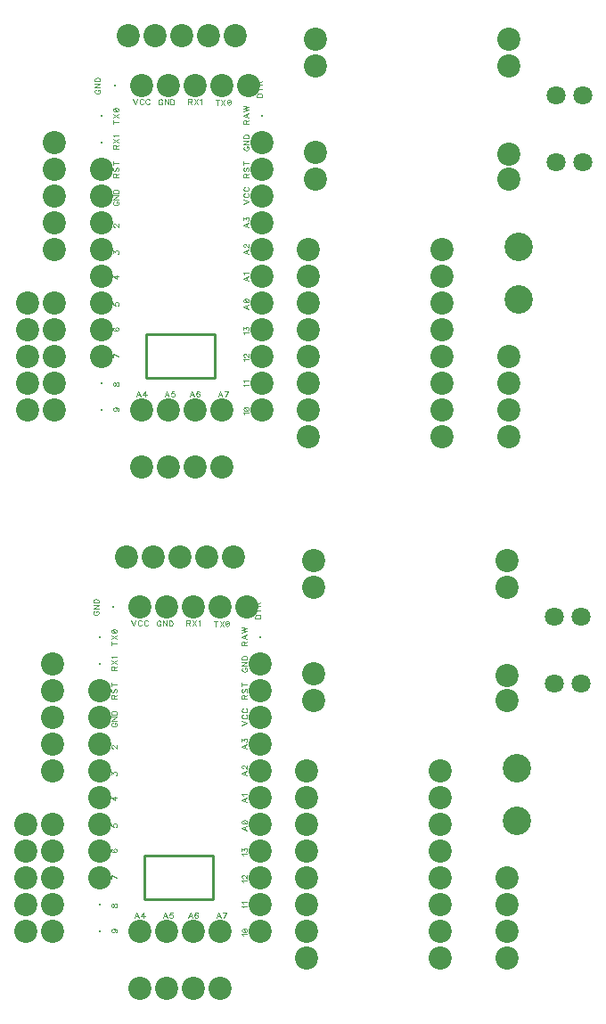
<source format=gbr>
G04 DipTrace 3.3.1.0*
G04 TopMask.gbr*
%MOMM*%
G04 #@! TF.FileFunction,Soldermask,Top*
G04 #@! TF.Part,Single*
%ADD10C,0.25*%
%ADD22C,2.7*%
%ADD26C,1.8*%
%ADD31C,2.2*%
%ADD35C,0.2*%
%ADD40C,0.20067*%
%ADD59C,0.11111*%
%FSLAX35Y35*%
G04*
G71*
G90*
G75*
G01*
G04 TopMask*
%LPD*%
D22*
X5984750Y2936750D3*
Y3436750D3*
X6000627Y7889750D3*
Y8389750D3*
D26*
X6334000Y4873500D3*
X6588000D3*
X6334000Y4238500D3*
X6588000D3*
X6349877Y9826500D3*
X6603877D3*
X6349877Y9191500D3*
X6603877D3*
D31*
X1571500Y3413000D3*
Y3667000D3*
Y3921000D3*
Y4175000D3*
Y4429000D3*
X1587373Y8366000D3*
Y8620000D3*
Y8874000D3*
Y9128000D3*
Y9382000D3*
X3286000Y5445000D3*
X3032000D3*
X2778000D3*
X2524000D3*
X2270000D3*
X3301877Y10398000D3*
X3047877D3*
X2793877D3*
X2539877D3*
X2285877D3*
X2397000Y1349250D3*
X2651000D3*
X2905000D3*
X3159000D3*
X2412877Y6302250D3*
X2666877D3*
X2920877D3*
X3174877D3*
X1571500Y1889000D3*
Y2143000D3*
Y2397000D3*
Y2651000D3*
Y2905000D3*
X1317500Y1889000D3*
Y2143000D3*
Y2397000D3*
Y2651000D3*
Y2905000D3*
X1587373Y6842000D3*
Y7096000D3*
Y7350000D3*
Y7604000D3*
Y7858000D3*
X1333377Y6842000D3*
Y7096000D3*
Y7350000D3*
Y7604000D3*
Y7858000D3*
X5889500Y1635000D3*
Y1889000D3*
Y2143000D3*
Y2397000D3*
X5905373Y6588000D3*
Y6842000D3*
Y7096000D3*
Y7350000D3*
X5889500Y5413250D3*
Y5159250D3*
X4048000Y5413250D3*
Y5159250D3*
X5889500Y4317850D3*
Y4079750D3*
X4048000Y4333750D3*
Y4079750D3*
X5254620Y1635000D3*
X3984620Y3159000D3*
Y2905000D3*
Y2397000D3*
Y2143000D3*
Y1889000D3*
Y1635000D3*
X5254620Y3413000D3*
Y3159000D3*
Y2905000D3*
Y2651000D3*
Y2143000D3*
Y1889000D3*
X3984620Y3413000D3*
X5254620Y2397000D3*
X3984620Y2651000D3*
X5905377Y10366250D3*
Y10112250D3*
X4063873Y10366250D3*
Y10112250D3*
X5905377Y9270850D3*
Y9032750D3*
X4063873Y9286750D3*
Y9032750D3*
X5270497Y6588000D3*
X4000493Y8112000D3*
Y7858000D3*
Y7350000D3*
Y7096000D3*
Y6842000D3*
Y6588000D3*
X5270497Y8366000D3*
Y8112000D3*
Y7858000D3*
Y7604000D3*
Y7096000D3*
Y6842000D3*
X4000493Y8366000D3*
X5270497Y7350000D3*
X4000493Y7604000D3*
X2460531Y7143736D2*
D10*
X3111529D1*
Y7556680D1*
X2460531D1*
Y7143736D1*
D31*
X3555877Y6842000D3*
Y7096000D3*
Y7350000D3*
Y7604000D3*
Y7858000D3*
Y8112000D3*
Y8366000D3*
Y8620000D3*
Y8874000D3*
Y9128000D3*
Y9382000D3*
D40*
Y9636000D3*
D31*
X3174877Y6842000D3*
X2920877D3*
X2666877D3*
D35*
X2158877Y9921750D3*
D31*
X3174877D3*
X2920877D3*
X2412877D3*
X2666877D3*
X3428877D3*
D40*
X2031877Y6842000D3*
Y7096000D3*
D31*
Y7350000D3*
Y7604000D3*
Y7858000D3*
Y8112000D3*
Y8366000D3*
Y8620000D3*
Y8874000D3*
Y9128000D3*
D40*
Y9382000D3*
D35*
Y9636000D3*
D31*
X2412877Y6842000D3*
X2444654Y2190736D2*
D10*
X3095652D1*
Y2603680D1*
X2444654D1*
Y2190736D1*
D31*
X3540000Y1889000D3*
Y2143000D3*
Y2397000D3*
Y2651000D3*
Y2905000D3*
Y3159000D3*
Y3413000D3*
Y3667000D3*
Y3921000D3*
Y4175000D3*
Y4429000D3*
D40*
Y4683000D3*
D31*
X3159000Y1889000D3*
X2905000D3*
X2651000D3*
D35*
X2143000Y4968750D3*
D31*
X3159000D3*
X2905000D3*
X2397000D3*
X2651000D3*
X3413000D3*
D40*
X2016000Y1889000D3*
Y2143000D3*
D31*
Y2397000D3*
Y2651000D3*
Y2905000D3*
Y3159000D3*
Y3413000D3*
Y3667000D3*
Y3921000D3*
Y4175000D3*
D40*
Y4429000D3*
D35*
Y4683000D3*
D31*
X2397000Y1889000D3*
X3393997Y6799852D2*
D59*
X3391526Y6804737D1*
X3384282Y6812037D1*
X3435270D1*
X3384282Y6848859D2*
X3386697Y6841559D1*
X3393997Y6836674D1*
X3406126Y6834259D1*
X3413426D1*
X3425556Y6836674D1*
X3432856Y6841559D1*
X3435270Y6848859D1*
Y6853688D1*
X3432856Y6860988D1*
X3425556Y6865818D1*
X3413426Y6868288D1*
X3406126Y6868289D1*
X3393997Y6865818D1*
X3386697Y6860989D1*
X3384282Y6853689D1*
Y6848859D1*
X3393997Y6865818D2*
X3425556Y6836674D1*
X3393997Y7069660D2*
X3391526Y7074545D1*
X3384282Y7081845D1*
X3435270D1*
X3393997Y7104067D2*
X3391526Y7108953D1*
X3384282Y7116253D1*
X3435270D1*
X3393997Y7307884D2*
X3391526Y7312769D1*
X3384282Y7320069D1*
X3435270D1*
X3396412Y7344762D2*
X3393997D1*
X3389112Y7347177D1*
X3386697Y7349591D1*
X3384282Y7354477D1*
Y7364191D1*
X3386697Y7369021D1*
X3389112Y7371435D1*
X3393997Y7373906D1*
X3398826D1*
X3403712Y7371435D1*
X3410956Y7366606D1*
X3435270Y7342291D1*
Y7376320D1*
X3393997Y7561900D2*
X3391526Y7566785D1*
X3384282Y7574085D1*
X3435270D1*
X3384282Y7601193D2*
X3384283Y7627866D1*
X3403712Y7613322D1*
Y7620622D1*
X3406126Y7625451D1*
X3408541Y7627866D1*
X3415841Y7630336D1*
X3420670D1*
X3427970Y7627866D1*
X3432856Y7623036D1*
X3435270Y7615736D1*
Y7608436D1*
X3432856Y7601193D1*
X3430385Y7598778D1*
X3425556Y7596307D1*
X3435270Y7839038D2*
X3384226Y7819553D1*
X3435270Y7800124D1*
X3418255Y7807424D2*
X3418256Y7831738D1*
X3384283Y7875861D2*
X3386697Y7868561D1*
X3393997Y7863675D1*
X3406126Y7861261D1*
X3413426Y7861260D1*
X3425556Y7863675D1*
X3432856Y7868560D1*
X3435270Y7875860D1*
Y7880690D1*
X3432855Y7887990D1*
X3425556Y7892819D1*
X3413426Y7895290D1*
X3406126D1*
X3393997Y7892819D1*
X3386697Y7887990D1*
X3384282Y7880690D1*
X3384283Y7875861D1*
X3393997Y7892819D2*
X3425556Y7863675D1*
X3435270Y8109182D2*
X3384226Y8089697D1*
X3435270Y8070268D1*
X3418255Y8077568D2*
X3418256Y8101882D1*
X3393997Y8131405D2*
X3391526Y8136290D1*
X3384283Y8143590D1*
X3435270D1*
Y8362862D2*
X3384226Y8343377D1*
X3435270Y8323948D1*
X3418255Y8331248D2*
X3418256Y8355562D1*
X3396412Y8387555D2*
X3393997D1*
X3389112Y8389970D1*
X3386697Y8392385D1*
X3384283Y8397270D1*
X3384282Y8406985D1*
X3386697Y8411814D1*
X3389112Y8414228D1*
X3393997Y8416699D1*
X3398826D1*
X3403712Y8414228D1*
X3410956Y8409399D1*
X3435270Y8385084D1*
Y8419114D1*
Y8616878D2*
X3384226Y8597393D1*
X3435270Y8577964D1*
X3418255Y8585264D2*
X3418256Y8609578D1*
X3384283Y8643986D2*
X3384282Y8670659D1*
X3403712Y8656115D1*
Y8663415D1*
X3406126Y8668244D1*
X3408541Y8670659D1*
X3415841Y8673130D1*
X3420670D1*
X3427970Y8670659D1*
X3432855Y8665830D1*
X3435270Y8658530D1*
Y8651230D1*
X3432856Y8643986D1*
X3430385Y8641571D1*
X3425556Y8639100D1*
X1983498Y9884488D2*
X1978669Y9882073D1*
X1973784Y9877188D1*
X1971369Y9872358D1*
Y9862644D1*
X1973784Y9857758D1*
X1978669Y9852929D1*
X1983498Y9850459D1*
X1990798Y9848044D1*
X2002984D1*
X2010227Y9850459D1*
X2015113Y9852929D1*
X2019942Y9857758D1*
X2022413Y9862644D1*
Y9872358D1*
X2019942Y9877188D1*
X2015113Y9882073D1*
X2010228Y9884488D1*
X2002984D1*
Y9872358D1*
X1971369Y9940739D2*
X2022413D1*
X1971369Y9906710D1*
X2022413D1*
X1971369Y9962961D2*
X2022413D1*
Y9979976D1*
X2019942Y9987276D1*
X2015113Y9992161D1*
X2010227Y9994576D1*
X2002984Y9996990D1*
X1990798D1*
X1983498Y9994576D1*
X1978669Y9992161D1*
X1973784Y9987276D1*
X1971369Y9979976D1*
Y9962961D1*
X3384226Y8800396D2*
X3435270Y8819825D1*
X3384226Y8839254D1*
X3396356Y8897920D2*
X3391526Y8895506D1*
X3386641Y8890620D1*
X3384226Y8885791D1*
Y8876076D1*
X3386641Y8871191D1*
X3391526Y8866362D1*
X3396356Y8863891D1*
X3403656Y8861476D1*
X3415841D1*
X3423085Y8863891D1*
X3427970Y8866362D1*
X3432799Y8871191D1*
X3435270Y8876076D1*
Y8885791D1*
X3432799Y8890620D1*
X3427970Y8895505D1*
X3423085Y8897920D1*
X3396356Y8956586D2*
X3391526Y8954172D1*
X3386641Y8949286D1*
X3384226Y8944457D1*
Y8934742D1*
X3386641Y8929857D1*
X3391526Y8925028D1*
X3396356Y8922557D1*
X3403656Y8920142D1*
X3415841D1*
X3423085Y8922557D1*
X3427970Y8925028D1*
X3432799Y8929857D1*
X3435270Y8934742D1*
Y8944457D1*
X3432799Y8949286D1*
X3427970Y8954172D1*
X3423085Y8956586D1*
X3408541Y9054076D2*
Y9075920D1*
X3406070Y9083220D1*
X3403656Y9085690D1*
X3398826Y9088105D1*
X3393941D1*
X3389112Y9085690D1*
X3386641Y9083220D1*
X3384226Y9075920D1*
Y9054076D1*
X3435270D1*
X3408541Y9071090D2*
X3435270Y9088105D1*
X3391526Y9144356D2*
X3386641Y9139527D1*
X3384226Y9132227D1*
Y9122513D1*
X3386641Y9115213D1*
X3391526Y9110327D1*
X3396356D1*
X3401241Y9112798D1*
X3403656Y9115213D1*
X3406070Y9120042D1*
X3410956Y9134642D1*
X3413370Y9139527D1*
X3415841Y9141942D1*
X3420670Y9144356D1*
X3427970D1*
X3432799Y9139527D1*
X3435270Y9132227D1*
Y9122512D1*
X3432799Y9115212D1*
X3427970Y9110327D1*
X3384226Y9183593D2*
X3435270D1*
X3384226Y9166579D2*
Y9200608D1*
X3396356Y9344536D2*
X3391526Y9342121D1*
X3386641Y9337236D1*
X3384226Y9332406D1*
Y9322692D1*
X3386641Y9317806D1*
X3391526Y9312977D1*
X3396355Y9310507D1*
X3403655Y9308092D1*
X3415841D1*
X3423085Y9310507D1*
X3427970Y9312977D1*
X3432799Y9317806D1*
X3435270Y9322692D1*
Y9332406D1*
X3432799Y9337236D1*
X3427970Y9342121D1*
X3423085Y9344536D1*
X3415841D1*
Y9332406D1*
X3384226Y9400787D2*
X3435270D1*
X3384226Y9366758D1*
X3435270D1*
X3384226Y9423009D2*
X3435270D1*
Y9440024D1*
X3432799Y9447324D1*
X3427970Y9452209D1*
X3423085Y9454624D1*
X3415841Y9457038D1*
X3403656D1*
X3396356Y9454624D1*
X3391526Y9452209D1*
X3386641Y9447324D1*
X3384226Y9440024D1*
Y9423009D1*
X3408541Y9562108D2*
Y9583952D1*
X3406070Y9591252D1*
X3403656Y9593722D1*
X3398826Y9596137D1*
X3393941D1*
X3389112Y9593722D1*
X3386641Y9591252D1*
X3384226Y9583952D1*
Y9562108D1*
X3435270D1*
X3408541Y9579122D2*
X3435270Y9596137D1*
Y9657274D2*
X3384226Y9637788D1*
X3435270Y9618359D1*
X3418256Y9625659D2*
Y9649974D1*
X3384226Y9679496D2*
X3435270Y9691681D1*
X3384226Y9703811D1*
X3435270Y9715940D1*
X3384226Y9728125D1*
X2612854Y9779911D2*
X2610439Y9784740D1*
X2605554Y9789625D1*
X2600724Y9792040D1*
X2591010D1*
X2586124Y9789625D1*
X2581295Y9784740D1*
X2578824Y9779911D1*
X2576410Y9772611D1*
Y9760425D1*
X2578824Y9753182D1*
X2581295Y9748296D1*
X2586124Y9743467D1*
X2591010Y9740996D1*
X2600724D1*
X2605554Y9743467D1*
X2610439Y9748296D1*
X2612854Y9753182D1*
Y9760425D1*
X2600724D1*
X2669105Y9792040D2*
Y9740996D1*
X2635076Y9792040D1*
Y9740996D1*
X2691327Y9792040D2*
Y9740996D1*
X2708342D1*
X2715642Y9743467D1*
X2720527Y9748296D1*
X2722942Y9753182D1*
X2725356Y9760425D1*
Y9772611D1*
X2722942Y9779911D1*
X2720527Y9784740D1*
X2715642Y9789625D1*
X2708342Y9792040D1*
X2691327D1*
X2170407Y9054076D2*
Y9075920D1*
X2167936Y9083220D1*
X2165522Y9085690D1*
X2160693Y9088105D1*
X2155807D1*
X2150978Y9085690D1*
X2148507Y9083220D1*
X2146093Y9075920D1*
Y9054076D1*
X2197136D1*
X2170407Y9071090D2*
X2197136Y9088105D1*
X2153393Y9144356D2*
X2148507Y9139527D1*
X2146093Y9132227D1*
Y9122513D1*
X2148507Y9115213D1*
X2153393Y9110327D1*
X2158222D1*
X2163107Y9112798D1*
X2165522Y9115213D1*
X2167937Y9120042D1*
X2172822Y9134642D1*
X2175236Y9139527D1*
X2177707Y9141942D1*
X2182536Y9144356D1*
X2189836D1*
X2194666Y9139527D1*
X2197136Y9132227D1*
Y9122512D1*
X2194666Y9115212D1*
X2189836Y9110327D1*
X2146093Y9183593D2*
X2197136D1*
X2146093Y9166579D2*
Y9200608D1*
X2334595Y9796072D2*
X2354024Y9745028D1*
X2373454Y9796072D1*
X2432120Y9783943D2*
X2429705Y9788772D1*
X2424820Y9793657D1*
X2419990Y9796072D1*
X2410276D1*
X2405390Y9793657D1*
X2400561Y9788772D1*
X2398090Y9783943D1*
X2395676Y9776643D1*
Y9764457D1*
X2398090Y9757214D1*
X2400561Y9752328D1*
X2405390Y9747499D1*
X2410276Y9745028D1*
X2419990D1*
X2424820Y9747499D1*
X2429705Y9752328D1*
X2432120Y9757214D1*
X2490786Y9783943D2*
X2488371Y9788772D1*
X2483486Y9793657D1*
X2478657Y9796072D1*
X2468942D1*
X2464057Y9793657D1*
X2459227Y9788772D1*
X2456757Y9783943D1*
X2454342Y9776643D1*
Y9764457D1*
X2456757Y9757214D1*
X2459227Y9752328D1*
X2464057Y9747499D1*
X2468942Y9745028D1*
X2478657D1*
X2483486Y9747499D1*
X2488371Y9752328D1*
X2490786Y9757214D1*
X2170407Y9323884D2*
Y9345728D1*
X2167936Y9353028D1*
X2165522Y9355498D1*
X2160693Y9357913D1*
X2155807D1*
X2150978Y9355498D1*
X2148507Y9353028D1*
X2146093Y9345728D1*
Y9323884D1*
X2197136D1*
X2170407Y9340898D2*
X2197136Y9357913D1*
X2146093Y9380135D2*
X2197136Y9414164D1*
X2146093D2*
X2197136Y9380135D1*
X2155863Y9436387D2*
X2153393Y9441272D1*
X2146149Y9448572D1*
X2197136D1*
X2146093Y9579122D2*
X2197137D1*
X2146093Y9562108D2*
Y9596137D1*
Y9618359D2*
X2197136Y9652388D1*
X2146093D2*
X2197136Y9618359D1*
X2146149Y9689211D2*
X2148563Y9681911D1*
X2155863Y9677025D1*
X2167993Y9674611D1*
X2175293D1*
X2187422Y9677025D1*
X2194722Y9681910D1*
X2197136Y9689210D1*
Y9694040D1*
X2194722Y9701340D1*
X2187422Y9706169D1*
X2175293Y9708640D1*
X2167993D1*
X2155863Y9706169D1*
X2148563Y9701340D1*
X2146149Y9694040D1*
Y9689211D1*
X2155863Y9706169D2*
X2187422Y9677025D1*
X2858407Y9771757D2*
X2880251D1*
X2887551Y9774228D1*
X2890022Y9776643D1*
X2892436Y9781472D1*
Y9786357D1*
X2890022Y9791187D1*
X2887551Y9793657D1*
X2880251Y9796072D1*
X2858407D1*
Y9745028D1*
X2875422Y9771757D2*
X2892436Y9745028D1*
X2914659Y9796072D2*
X2948688Y9745028D1*
Y9796072D2*
X2914659Y9745028D1*
X2970910Y9786301D2*
X2975795Y9788772D1*
X2983095Y9796016D1*
Y9745028D1*
X3134278Y9790696D2*
Y9739652D1*
X3117264Y9790696D2*
X3151293D1*
X3173515D2*
X3207544Y9739652D1*
Y9790696D2*
X3173515Y9739652D1*
X3244366Y9790640D2*
X3237066Y9788225D1*
X3232181Y9780925D1*
X3229766Y9768796D1*
Y9761496D1*
X3232181Y9749367D1*
X3237066Y9742067D1*
X3244366Y9739652D1*
X3249196D1*
X3256496Y9742067D1*
X3261325Y9749367D1*
X3263796Y9761496D1*
Y9768796D1*
X3261325Y9780925D1*
X3256496Y9788225D1*
X3249196Y9790640D1*
X3244366D1*
X3261325Y9780925D2*
X3232181Y9749367D1*
X3511233Y9816124D2*
X3562276D1*
X3562277Y9833138D1*
X3559806Y9840438D1*
X3554977Y9845324D1*
X3550091Y9847738D1*
X3542847Y9850153D1*
X3530662D1*
X3523362Y9847738D1*
X3518533Y9845324D1*
X3513647Y9840438D1*
X3511233Y9833138D1*
Y9816124D1*
Y9889390D2*
X3562277D1*
X3511233Y9872375D2*
Y9906404D1*
X3535547Y9928627D2*
Y9950470D1*
X3533077Y9957770D1*
X3530662Y9960241D1*
X3525833Y9962656D1*
X3520947D1*
X3516118Y9960241D1*
X3513647Y9957770D1*
X3511233Y9950470D1*
Y9928627D1*
X3562277Y9928626D1*
X3535547Y9945641D2*
X3562277Y9962656D1*
X2163107Y6863050D2*
X2170407Y6860580D1*
X2175293Y6855750D1*
X2177707Y6848450D1*
Y6846036D1*
X2175293Y6838736D1*
X2170407Y6833907D1*
X2163107Y6831436D1*
X2160693D1*
X2153393Y6833907D1*
X2148563Y6838736D1*
X2146149Y6846036D1*
Y6848450D1*
X2148563Y6855750D1*
X2153393Y6860580D1*
X2163107Y6863050D1*
X2175293D1*
X2187422Y6860580D1*
X2194722Y6855750D1*
X2197137Y6848450D1*
Y6843621D1*
X2194722Y6836321D1*
X2189836Y6833907D1*
X2146149Y7081789D2*
X2148563Y7074545D1*
X2153393Y7072075D1*
X2158278D1*
X2163107Y7074545D1*
X2165578Y7079374D1*
X2167993Y7089089D1*
X2170407Y7096389D1*
X2175293Y7101218D1*
X2180122Y7103633D1*
X2187422D1*
X2192251Y7101218D1*
X2194722Y7098804D1*
X2197137Y7091504D1*
Y7081789D1*
X2194722Y7074545D1*
X2192251Y7072075D1*
X2187422Y7069660D1*
X2180122D1*
X2175293Y7072075D1*
X2170407Y7076960D1*
X2167993Y7084204D1*
X2165578Y7093918D1*
X2163107Y7098804D1*
X2158278Y7101218D1*
X2153393D1*
X2148563Y7098804D1*
X2146149Y7091504D1*
Y7081789D1*
X2197136Y7349518D2*
X2146149Y7373833D1*
Y7339804D1*
X2153393Y7622964D2*
X2148563Y7620549D1*
X2146149Y7613249D1*
Y7608420D1*
X2148563Y7601120D1*
X2155863Y7596235D1*
X2167993Y7593820D1*
X2180122D1*
X2189836Y7596235D1*
X2194722Y7601120D1*
X2197137Y7608420D1*
Y7610834D1*
X2194722Y7618078D1*
X2189837Y7622964D1*
X2182537Y7625378D1*
X2180122D1*
X2172822Y7622964D1*
X2167993Y7618078D1*
X2165578Y7610834D1*
Y7608420D1*
X2167993Y7601120D1*
X2172822Y7596235D1*
X2180122Y7593820D1*
X2146149Y7860852D2*
Y7836593D1*
X2167993Y7834179D1*
X2165578Y7836593D1*
X2163107Y7843893D1*
Y7851137D1*
X2165578Y7858437D1*
X2170407Y7863322D1*
X2177707Y7865737D1*
X2182537D1*
X2189837Y7863322D1*
X2194722Y7858437D1*
X2197137Y7851137D1*
Y7843893D1*
X2194722Y7836593D1*
X2192251Y7834179D1*
X2187422Y7831708D1*
X2197137Y8110374D2*
X2146149D1*
X2180122Y8086060D1*
Y8122504D1*
X2146149Y8329169D2*
Y8355842D1*
X2165578Y8341298D1*
Y8348598D1*
X2167993Y8353428D1*
X2170407Y8355842D1*
X2177707Y8358313D1*
X2182537D1*
X2189837Y8355842D1*
X2194722Y8351013D1*
X2197137Y8343713D1*
Y8336413D1*
X2194722Y8329169D1*
X2192251Y8326755D1*
X2187422Y8324284D1*
X2158278Y8580771D2*
X2155863D1*
X2150978Y8583185D1*
X2148563Y8585600D1*
X2146149Y8590485D1*
Y8600200D1*
X2148563Y8605029D1*
X2150978Y8607444D1*
X2155863Y8609914D1*
X2160693D1*
X2165578Y8607444D1*
X2172822Y8602614D1*
X2197136Y8578300D1*
Y8612329D1*
X2158222Y8821048D2*
X2153393Y8818633D1*
X2148507Y8813748D1*
X2146093Y8808918D1*
Y8799204D1*
X2148507Y8794318D1*
X2153393Y8789489D1*
X2158222Y8787019D1*
X2165522Y8784604D1*
X2177707D1*
X2184951Y8787019D1*
X2189836Y8789489D1*
X2194666Y8794318D1*
X2197137Y8799204D1*
Y8808918D1*
X2194666Y8813748D1*
X2189837Y8818633D1*
X2184951Y8821048D1*
X2177707D1*
Y8808918D1*
X2146093Y8877299D2*
X2197136D1*
X2146093Y8843270D1*
X2197136D1*
X2146093Y8899521D2*
X2197136D1*
Y8916536D1*
X2194666Y8923836D1*
X2189836Y8928721D1*
X2184951Y8931136D1*
X2177707Y8933550D1*
X2165522D1*
X2158222Y8931136D1*
X2153393Y8928721D1*
X2148507Y8923836D1*
X2146093Y8916536D1*
Y8899521D1*
X2913287Y6966644D2*
X2893802Y7017688D1*
X2874373Y6966644D1*
X2881673Y6983659D2*
X2905987D1*
X2964653Y7010388D2*
X2962239Y7015217D1*
X2954939Y7017632D1*
X2950109D1*
X2942809Y7015217D1*
X2937924Y7007917D1*
X2935509Y6995788D1*
Y6983659D1*
X2937924Y6973944D1*
X2942809Y6969059D1*
X2950109Y6966644D1*
X2952524D1*
X2959768Y6969059D1*
X2964653Y6973944D1*
X2967068Y6981244D1*
Y6983659D1*
X2964653Y6990959D1*
X2959768Y6995788D1*
X2952524Y6998203D1*
X2950109D1*
X2942809Y6995788D1*
X2937924Y6990959D1*
X2935509Y6983659D1*
X3181831Y6967652D2*
X3162345Y7018696D1*
X3142916Y6967652D1*
X3150216Y6984667D2*
X3174531D1*
X3213767Y6967652D2*
X3238082Y7018640D1*
X3204053D1*
X2405261Y6966644D2*
X2385776Y7017688D1*
X2366347Y6966644D1*
X2373647Y6983659D2*
X2397961D1*
X2451798Y6966644D2*
Y7017632D1*
X2427484Y6983659D1*
X2463927D1*
X2673984Y6967652D2*
X2654499Y7018696D1*
X2635070Y6967652D1*
X2642370Y6984667D2*
X2666684D1*
X2725350Y7018640D2*
X2701092D1*
X2698677Y6996796D1*
X2701092Y6999211D1*
X2708392Y7001681D1*
X2715636D1*
X2722936Y6999211D1*
X2727821Y6994381D1*
X2730236Y6987081D1*
Y6982252D1*
X2727821Y6974952D1*
X2722936Y6970067D1*
X2715636Y6967652D1*
X2708392D1*
X2701092Y6970067D1*
X2698677Y6972538D1*
X2696206Y6977367D1*
X3378120Y1846852D2*
X3375650Y1851737D1*
X3368406Y1859037D1*
X3419394D1*
X3368406Y1895859D2*
X3370820Y1888559D1*
X3378120Y1883674D1*
X3390250Y1881259D1*
X3397550D1*
X3409679Y1883674D1*
X3416979Y1888559D1*
X3419393Y1895859D1*
Y1900688D1*
X3416979Y1907988D1*
X3409679Y1912818D1*
X3397550Y1915288D1*
X3390250Y1915289D1*
X3378120Y1912818D1*
X3370820Y1907989D1*
X3368406Y1900689D1*
Y1895859D1*
X3378120Y1912818D2*
X3409679Y1883674D1*
X3378120Y2116660D2*
X3375650Y2121545D1*
X3368406Y2128845D1*
X3419394D1*
X3378120Y2151067D2*
X3375650Y2155953D1*
X3368406Y2163253D1*
X3419393D1*
X3378120Y2354884D2*
X3375650Y2359769D1*
X3368406Y2367069D1*
X3419394D1*
X3380535Y2391762D2*
X3378120D1*
X3373235Y2394177D1*
X3370820Y2396591D1*
X3368406Y2401477D1*
Y2411191D1*
X3370820Y2416021D1*
X3373235Y2418435D1*
X3378120Y2420906D1*
X3382950D1*
X3387835Y2418435D1*
X3395079Y2413606D1*
X3419394Y2389291D1*
X3419393Y2423320D1*
X3378120Y2608900D2*
X3375650Y2613785D1*
X3368406Y2621085D1*
X3419394D1*
X3368406Y2648193D2*
Y2674866D1*
X3387835Y2660322D1*
Y2667622D1*
X3390250Y2672451D1*
X3392664Y2674866D1*
X3399964Y2677336D1*
X3404793D1*
X3412093Y2674866D1*
X3416979Y2670036D1*
X3419393Y2662736D1*
Y2655436D1*
X3416979Y2648193D1*
X3414508Y2645778D1*
X3409679Y2643307D1*
X3419393Y2886038D2*
X3368350Y2866553D1*
X3419393Y2847124D1*
X3402379Y2854424D2*
Y2878738D1*
X3368406Y2922861D2*
X3370820Y2915561D1*
X3378120Y2910675D1*
X3390250Y2908261D1*
X3397550Y2908260D1*
X3409679Y2910675D1*
X3416979Y2915560D1*
X3419393Y2922860D1*
Y2927690D1*
X3416979Y2934990D1*
X3409679Y2939819D1*
X3397550Y2942290D1*
X3390250D1*
X3378120Y2939819D1*
X3370820Y2934990D1*
X3368406Y2927690D1*
Y2922861D1*
X3378120Y2939819D2*
X3409679Y2910675D1*
X3419393Y3156182D2*
X3368350Y3136697D1*
X3419393Y3117268D1*
X3402379Y3124568D2*
Y3148882D1*
X3378120Y3178405D2*
X3375650Y3183290D1*
X3368406Y3190590D1*
X3419393D1*
Y3409862D2*
X3368350Y3390377D1*
X3419393Y3370948D1*
X3402379Y3378248D2*
Y3402562D1*
X3380535Y3434555D2*
X3378120D1*
X3373235Y3436970D1*
X3370820Y3439385D1*
X3368406Y3444270D1*
Y3453985D1*
X3370820Y3458814D1*
X3373235Y3461228D1*
X3378120Y3463699D1*
X3382950D1*
X3387835Y3461228D1*
X3395079Y3456399D1*
X3419393Y3432084D1*
Y3466114D1*
Y3663878D2*
X3368350Y3644393D1*
X3419393Y3624964D1*
X3402379Y3632264D2*
Y3656578D1*
X3368406Y3690986D2*
Y3717659D1*
X3387835Y3703115D1*
Y3710415D1*
X3390250Y3715244D1*
X3392664Y3717659D1*
X3399964Y3720130D1*
X3404793D1*
X3412093Y3717659D1*
X3416979Y3712830D1*
X3419393Y3705530D1*
Y3698230D1*
X3416979Y3690986D1*
X3414508Y3688571D1*
X3409679Y3686100D1*
X1967622Y4931488D2*
X1962792Y4929073D1*
X1957907Y4924188D1*
X1955492Y4919358D1*
Y4909644D1*
X1957907Y4904758D1*
X1962792Y4899929D1*
X1967621Y4897459D1*
X1974921Y4895044D1*
X1987107D1*
X1994351Y4897459D1*
X1999236Y4899929D1*
X2004065Y4904758D1*
X2006536Y4909644D1*
Y4919358D1*
X2004065Y4924188D1*
X1999236Y4929073D1*
X1994351Y4931488D1*
X1987107D1*
Y4919358D1*
X1955492Y4987739D2*
X2006536D1*
X1955492Y4953710D1*
X2006536D1*
X1955492Y5009961D2*
X2006536D1*
Y5026976D1*
X2004065Y5034276D1*
X1999236Y5039161D1*
X1994351Y5041576D1*
X1987107Y5043990D1*
X1974922D1*
X1967622Y5041576D1*
X1962792Y5039161D1*
X1957907Y5034276D1*
X1955492Y5026976D1*
Y5009961D1*
X3368350Y3847396D2*
X3419394Y3866825D1*
X3368350Y3886254D1*
X3380479Y3944920D2*
X3375650Y3942506D1*
X3370764Y3937620D1*
X3368350Y3932791D1*
Y3923076D1*
X3370764Y3918191D1*
X3375650Y3913362D1*
X3380479Y3910891D1*
X3387779Y3908476D1*
X3399964D1*
X3407208Y3910891D1*
X3412093Y3913362D1*
X3416923Y3918191D1*
X3419393Y3923076D1*
Y3932791D1*
X3416923Y3937620D1*
X3412093Y3942505D1*
X3407208Y3944920D1*
X3380479Y4003586D2*
X3375650Y4001172D1*
X3370764Y3996286D1*
X3368350Y3991457D1*
Y3981742D1*
X3370764Y3976857D1*
X3375650Y3972028D1*
X3380479Y3969557D1*
X3387779Y3967142D1*
X3399964D1*
X3407208Y3969557D1*
X3412093Y3972028D1*
X3416923Y3976857D1*
X3419393Y3981742D1*
Y3991457D1*
X3416923Y3996286D1*
X3412093Y4001172D1*
X3407208Y4003586D1*
X3392664Y4101076D2*
Y4122920D1*
X3390194Y4130220D1*
X3387779Y4132690D1*
X3382950Y4135105D1*
X3378064D1*
X3373235Y4132690D1*
X3370764Y4130220D1*
X3368350Y4122920D1*
Y4101076D1*
X3419393D1*
X3392664Y4118090D2*
X3419394Y4135105D1*
X3375650Y4191356D2*
X3370764Y4186527D1*
X3368350Y4179227D1*
Y4169513D1*
X3370764Y4162213D1*
X3375650Y4157327D1*
X3380479D1*
X3385364Y4159798D1*
X3387779Y4162213D1*
X3390194Y4167042D1*
X3395079Y4181642D1*
X3397493Y4186527D1*
X3399964Y4188942D1*
X3404793Y4191356D1*
X3412093D1*
X3416923Y4186527D1*
X3419393Y4179227D1*
Y4169512D1*
X3416923Y4162212D1*
X3412093Y4157327D1*
X3368350Y4230593D2*
X3419393D1*
X3368350Y4213579D2*
Y4247608D1*
X3380479Y4391536D2*
X3375650Y4389121D1*
X3370764Y4384236D1*
X3368350Y4379406D1*
Y4369692D1*
X3370764Y4364806D1*
X3375650Y4359977D1*
X3380479Y4357507D1*
X3387779Y4355092D1*
X3399964D1*
X3407208Y4357507D1*
X3412093Y4359977D1*
X3416923Y4364806D1*
X3419394Y4369692D1*
Y4379406D1*
X3416923Y4384236D1*
X3412094Y4389121D1*
X3407208Y4391536D1*
X3399964D1*
Y4379406D1*
X3368350Y4447787D2*
X3419393D1*
X3368350Y4413758D1*
X3419393D1*
X3368350Y4470009D2*
X3419393D1*
Y4487024D1*
X3416923Y4494324D1*
X3412093Y4499209D1*
X3407208Y4501624D1*
X3399964Y4504038D1*
X3387779D1*
X3380479Y4501624D1*
X3375650Y4499209D1*
X3370764Y4494324D1*
X3368350Y4487024D1*
Y4470009D1*
X3392664Y4609108D2*
Y4630952D1*
X3390194Y4638252D1*
X3387779Y4640722D1*
X3382950Y4643137D1*
X3378064D1*
X3373235Y4640722D1*
X3370764Y4638252D1*
X3368350Y4630952D1*
Y4609108D1*
X3419393D1*
X3392664Y4626122D2*
X3419394Y4643137D1*
X3419393Y4704274D2*
X3368350Y4684788D1*
X3419393Y4665359D1*
X3402379Y4672659D2*
Y4696974D1*
X3368350Y4726496D2*
X3419393Y4738681D1*
X3368350Y4750811D1*
X3419393Y4762940D1*
X3368350Y4775125D1*
X2596977Y4826911D2*
X2594562Y4831740D1*
X2589677Y4836625D1*
X2584848Y4839040D1*
X2575133D1*
X2570248Y4836625D1*
X2565418Y4831740D1*
X2562948Y4826911D1*
X2560533Y4819611D1*
Y4807425D1*
X2562948Y4800182D1*
X2565418Y4795296D1*
X2570248Y4790467D1*
X2575133Y4787996D1*
X2584848D1*
X2589677Y4790467D1*
X2594562Y4795296D1*
X2596977Y4800182D1*
Y4807425D1*
X2584848D1*
X2653228Y4839040D2*
Y4787996D1*
X2619199Y4839040D1*
Y4787996D1*
X2675451Y4839040D2*
Y4787996D1*
X2692465D1*
X2699765Y4790467D1*
X2704651Y4795296D1*
X2707065Y4800182D1*
X2709480Y4807425D1*
Y4819611D1*
X2707065Y4826911D1*
X2704651Y4831740D1*
X2699765Y4836625D1*
X2692465Y4839040D1*
X2675451D1*
X2154530Y4101076D2*
X2154531Y4122920D1*
X2152060Y4130220D1*
X2149645Y4132690D1*
X2144816Y4135105D1*
X2139931D1*
X2135101Y4132690D1*
X2132631Y4130220D1*
X2130216Y4122920D1*
Y4101076D1*
X2181260D1*
X2154531Y4118090D2*
X2181260Y4135105D1*
X2137516Y4191356D2*
X2132631Y4186527D1*
X2130216Y4179227D1*
Y4169513D1*
X2132631Y4162213D1*
X2137516Y4157327D1*
X2142345D1*
X2147231Y4159798D1*
X2149645Y4162213D1*
X2152060Y4167042D1*
X2156945Y4181642D1*
X2159360Y4186527D1*
X2161831Y4188942D1*
X2166660Y4191356D1*
X2173960D1*
X2178789Y4186527D1*
X2181260Y4179227D1*
Y4169512D1*
X2178789Y4162212D1*
X2173960Y4157327D1*
X2130216Y4230593D2*
X2181260D1*
X2130216Y4213579D2*
Y4247608D1*
X2318719Y4843072D2*
X2338148Y4792028D1*
X2357577Y4843072D1*
X2416243Y4830943D2*
X2413828Y4835772D1*
X2408943Y4840657D1*
X2404114Y4843072D1*
X2394399D1*
X2389514Y4840657D1*
X2384685Y4835772D1*
X2382214Y4830943D1*
X2379799Y4823643D1*
Y4811457D1*
X2382214Y4804214D1*
X2384685Y4799328D1*
X2389514Y4794499D1*
X2394399Y4792028D1*
X2404114D1*
X2408943Y4794499D1*
X2413828Y4799328D1*
X2416243Y4804214D1*
X2474909Y4830943D2*
X2472494Y4835772D1*
X2467609Y4840657D1*
X2462780Y4843072D1*
X2453065D1*
X2448180Y4840657D1*
X2443351Y4835772D1*
X2440880Y4830943D1*
X2438465Y4823643D1*
Y4811457D1*
X2440880Y4804214D1*
X2443351Y4799328D1*
X2448180Y4794499D1*
X2453065Y4792028D1*
X2462780D1*
X2467609Y4794499D1*
X2472494Y4799328D1*
X2474909Y4804214D1*
X2154530Y4370884D2*
X2154531Y4392728D1*
X2152060Y4400028D1*
X2149645Y4402498D1*
X2144816Y4404913D1*
X2139931D1*
X2135101Y4402498D1*
X2132631Y4400028D1*
X2130216Y4392728D1*
Y4370884D1*
X2181260D1*
X2154531Y4387898D2*
X2181260Y4404913D1*
X2130216Y4427135D2*
X2181260Y4461164D1*
X2130216D2*
X2181260Y4427135D1*
X2139987Y4483387D2*
X2137516Y4488272D1*
X2130272Y4495572D1*
X2181260D1*
X2130216Y4626122D2*
X2181260D1*
X2130216Y4609108D2*
Y4643137D1*
Y4665359D2*
X2181260Y4699388D1*
X2130216D2*
X2181260Y4665359D1*
X2130272Y4736211D2*
X2132687Y4728911D1*
X2139987Y4724025D1*
X2152116Y4721611D1*
X2159416D1*
X2171545Y4724025D1*
X2178845Y4728910D1*
X2181260Y4736210D1*
Y4741040D1*
X2178845Y4748340D1*
X2171545Y4753169D1*
X2159416Y4755640D1*
X2152116D1*
X2139987Y4753169D1*
X2132687Y4748340D1*
X2130272Y4741040D1*
Y4736211D1*
X2139987Y4753169D2*
X2171545Y4724025D1*
X2842530Y4818757D2*
X2864374D1*
X2871674Y4821228D1*
X2874145Y4823643D1*
X2876560Y4828472D1*
Y4833357D1*
X2874145Y4838187D1*
X2871674Y4840657D1*
X2864374Y4843072D1*
X2842530D1*
Y4792028D1*
X2859545Y4818757D2*
X2876560Y4792028D1*
X2898782Y4843072D2*
X2932811Y4792028D1*
Y4843072D2*
X2898782Y4792028D1*
X2955033Y4833301D2*
X2959919Y4835772D1*
X2967219Y4843016D1*
Y4792028D1*
X3118402Y4837696D2*
Y4786652D1*
X3101387Y4837696D2*
X3135416D1*
X3157638D2*
X3191668Y4786652D1*
Y4837696D2*
X3157638Y4786652D1*
X3228490Y4837640D2*
X3221190Y4835225D1*
X3216304Y4827925D1*
X3213890Y4815796D1*
Y4808496D1*
X3216304Y4796367D1*
X3221190Y4789067D1*
X3228490Y4786652D1*
X3233319D1*
X3240619Y4789067D1*
X3245448Y4796367D1*
X3247919Y4808496D1*
Y4815796D1*
X3245448Y4827925D1*
X3240619Y4835225D1*
X3233319Y4837640D1*
X3228490D1*
X3245448Y4827925D2*
X3216304Y4796367D1*
X3495356Y4863124D2*
X3546400D1*
Y4880138D1*
X3543929Y4887438D1*
X3539100Y4892324D1*
X3534215Y4894738D1*
X3526971Y4897153D1*
X3514785D1*
X3507485Y4894738D1*
X3502656Y4892324D1*
X3497771Y4887438D1*
X3495356Y4880138D1*
Y4863124D1*
Y4936390D2*
X3546400D1*
X3495356Y4919375D2*
Y4953404D1*
X3519671Y4975627D2*
Y4997470D1*
X3517200Y5004770D1*
X3514785Y5007241D1*
X3509956Y5009656D1*
X3505071D1*
X3500241Y5007241D1*
X3497771Y5004770D1*
X3495356Y4997470D1*
Y4975627D1*
X3546400Y4975626D1*
X3519671Y4992641D2*
X3546400Y5009656D1*
X2147231Y1910050D2*
X2154531Y1907580D1*
X2159416Y1902750D1*
X2161831Y1895450D1*
Y1893036D1*
X2159416Y1885736D1*
X2154530Y1880907D1*
X2147230Y1878436D1*
X2144816D1*
X2137516Y1880907D1*
X2132687Y1885736D1*
X2130272Y1893036D1*
Y1895450D1*
X2132687Y1902750D1*
X2137516Y1907580D1*
X2147231Y1910050D1*
X2159416D1*
X2171545Y1907580D1*
X2178845Y1902750D1*
X2181260Y1895450D1*
Y1890621D1*
X2178845Y1883321D1*
X2173960Y1880907D1*
X2130272Y2128789D2*
X2132687Y2121545D1*
X2137516Y2119075D1*
X2142401D1*
X2147230Y2121545D1*
X2149701Y2126374D1*
X2152116Y2136089D1*
X2154531Y2143389D1*
X2159416Y2148218D1*
X2164245Y2150633D1*
X2171545D1*
X2176374Y2148218D1*
X2178845Y2145804D1*
X2181260Y2138504D1*
Y2128789D1*
X2178845Y2121545D1*
X2176374Y2119075D1*
X2171545Y2116660D1*
X2164245D1*
X2159416Y2119075D1*
X2154531Y2123960D1*
X2152116Y2131204D1*
X2149701Y2140918D1*
X2147231Y2145804D1*
X2142401Y2148218D1*
X2137516D1*
X2132687Y2145804D1*
X2130272Y2138504D1*
Y2128789D1*
X2181260Y2396518D2*
X2130272Y2420833D1*
Y2386804D1*
X2137516Y2669964D2*
X2132687Y2667549D1*
X2130272Y2660249D1*
Y2655420D1*
X2132687Y2648120D1*
X2139987Y2643235D1*
X2152116Y2640820D1*
X2164245D1*
X2173960Y2643235D1*
X2178845Y2648120D1*
X2181260Y2655420D1*
Y2657834D1*
X2178845Y2665078D1*
X2173960Y2669964D1*
X2166660Y2672378D1*
X2164245D1*
X2156945Y2669964D1*
X2152116Y2665078D1*
X2149701Y2657834D1*
Y2655420D1*
X2152116Y2648120D1*
X2156945Y2643235D1*
X2164245Y2640820D1*
X2130272Y2907852D2*
Y2883593D1*
X2152116Y2881179D1*
X2149701Y2883593D1*
X2147231Y2890893D1*
Y2898137D1*
X2149701Y2905437D1*
X2154531Y2910322D1*
X2161831Y2912737D1*
X2166660D1*
X2173960Y2910322D1*
X2178845Y2905437D1*
X2181260Y2898137D1*
Y2890893D1*
X2178845Y2883593D1*
X2176374Y2881179D1*
X2171545Y2878708D1*
X2181260Y3157374D2*
X2130272D1*
X2164245Y3133060D1*
Y3169504D1*
X2130272Y3376169D2*
Y3402842D1*
X2149701Y3388298D1*
Y3395598D1*
X2152116Y3400428D1*
X2154531Y3402842D1*
X2161831Y3405313D1*
X2166660D1*
X2173960Y3402842D1*
X2178845Y3398013D1*
X2181260Y3390713D1*
Y3383413D1*
X2178845Y3376169D1*
X2176374Y3373755D1*
X2171545Y3371284D1*
X2142401Y3627771D2*
X2139987D1*
X2135101Y3630185D1*
X2132687Y3632600D1*
X2130272Y3637485D1*
Y3647200D1*
X2132687Y3652029D1*
X2135101Y3654444D1*
X2139987Y3656914D1*
X2144816D1*
X2149701Y3654444D1*
X2156945Y3649614D1*
X2181260Y3625300D1*
Y3659329D1*
X2142345Y3868048D2*
X2137516Y3865633D1*
X2132631Y3860748D1*
X2130216Y3855918D1*
Y3846204D1*
X2132631Y3841318D1*
X2137516Y3836489D1*
X2142345Y3834019D1*
X2149645Y3831604D1*
X2161830D1*
X2169074Y3834019D1*
X2173960Y3836489D1*
X2178789Y3841318D1*
X2181260Y3846204D1*
Y3855918D1*
X2178789Y3860748D1*
X2173960Y3865633D1*
X2169074Y3868048D1*
X2161831D1*
Y3855918D1*
X2130216Y3924299D2*
X2181260D1*
X2130216Y3890270D1*
X2181260D1*
X2130216Y3946521D2*
X2181260D1*
Y3963536D1*
X2178789Y3970836D1*
X2173960Y3975721D1*
X2169074Y3978136D1*
X2161831Y3980550D1*
X2149645D1*
X2142345Y3978136D1*
X2137516Y3975721D1*
X2132631Y3970836D1*
X2130216Y3963536D1*
Y3946521D1*
X2897411Y2013644D2*
X2877925Y2064688D1*
X2858496Y2013644D1*
X2865796Y2030659D2*
X2890111D1*
X2948777Y2057388D2*
X2946362Y2062217D1*
X2939062Y2064632D1*
X2934233D1*
X2926933Y2062217D1*
X2922047Y2054917D1*
X2919633Y2042788D1*
Y2030659D1*
X2922047Y2020944D1*
X2926933Y2016059D1*
X2934233Y2013644D1*
X2936647D1*
X2943891Y2016059D1*
X2948777Y2020944D1*
X2951191Y2028244D1*
Y2030659D1*
X2948777Y2037959D1*
X2943891Y2042788D1*
X2936647Y2045203D1*
X2934233D1*
X2926933Y2042788D1*
X2922047Y2037959D1*
X2919633Y2030659D1*
X3165954Y2014652D2*
X3146469Y2065696D1*
X3127039Y2014652D1*
X3134339Y2031667D2*
X3158654D1*
X3197891Y2014652D2*
X3222205Y2065640D1*
X3188176D1*
X2389385Y2013644D2*
X2369899Y2064688D1*
X2350470Y2013644D1*
X2357770Y2030659D2*
X2382085D1*
X2435922Y2013644D2*
Y2064632D1*
X2411607Y2030659D1*
X2448051D1*
X2658107Y2014652D2*
X2638622Y2065696D1*
X2619193Y2014652D1*
X2626493Y2031667D2*
X2650807D1*
X2709474Y2065640D2*
X2685215D1*
X2682800Y2043796D1*
X2685215Y2046211D1*
X2692515Y2048681D1*
X2699759D1*
X2707059Y2046211D1*
X2711944Y2041381D1*
X2714359Y2034081D1*
Y2029252D1*
X2711944Y2021952D1*
X2707059Y2017067D1*
X2699759Y2014652D1*
X2692515D1*
X2685215Y2017067D1*
X2682800Y2019538D1*
X2680330Y2024367D1*
M02*

</source>
